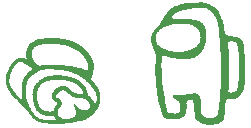
<source format=gbo>
G04 Layer: BottomSilkscreenLayer*
G04 EasyEDA v6.5.42, 2024-06-07 11:44:59*
G04 8452c85e2a7e40808aef99803c7b0139,2402692d15bd446891542ced5281a4ad,10*
G04 Gerber Generator version 0.2*
G04 Scale: 100 percent, Rotated: No, Reflected: No *
G04 Dimensions in millimeters *
G04 leading zeros omitted , absolute positions ,4 integer and 5 decimal *
%FSLAX45Y45*%
%MOMM*%

%ADD10C,0.0001*%

%LPD*%
G36*
X-627989Y2010511D02*
G01*
X-664464Y2009902D01*
X-695502Y2008733D01*
X-704189Y2007971D01*
X-709066Y2007768D01*
X-739546Y2004669D01*
X-756158Y2002129D01*
X-776884Y1998573D01*
X-783031Y1997049D01*
X-792022Y1995170D01*
X-810463Y1989886D01*
X-830884Y1983028D01*
X-832612Y1982063D01*
X-834542Y1981555D01*
X-843178Y1977898D01*
X-859942Y1969516D01*
X-871728Y1962454D01*
X-883412Y1954275D01*
X-888644Y1950110D01*
X-894842Y1944674D01*
X-903020Y1936800D01*
X-908050Y1931466D01*
X-915568Y1922780D01*
X-922274Y1914042D01*
X-927455Y1906778D01*
X-941171Y1884984D01*
X-949909Y1870151D01*
X-952906Y1864664D01*
X-960069Y1853285D01*
X-963117Y1848815D01*
X-963625Y1847443D01*
X-966622Y1842871D01*
X-974344Y1832102D01*
X-982421Y1821992D01*
X-1006754Y1795729D01*
X-1013155Y1787702D01*
X-1021232Y1776780D01*
X-1024686Y1771700D01*
X-1033170Y1757476D01*
X-1039469Y1744218D01*
X-1042314Y1736445D01*
X-1044651Y1728825D01*
X-1045718Y1724406D01*
X-1048207Y1710689D01*
X-1048244Y1707134D01*
X-1008278Y1707134D01*
X-1007719Y1723389D01*
X-1006348Y1731010D01*
X-1005128Y1736039D01*
X-1002334Y1743252D01*
X-995984Y1754987D01*
X-994714Y1756308D01*
X-989482Y1763369D01*
X-983437Y1769719D01*
X-976274Y1776374D01*
X-963371Y1786483D01*
X-954379Y1792325D01*
X-938326Y1800758D01*
X-925423Y1806600D01*
X-920800Y1808225D01*
X-920140Y1808784D01*
X-918413Y1809140D01*
X-915771Y1810257D01*
X-913130Y1811070D01*
X-912266Y1811680D01*
X-910488Y1812036D01*
X-903579Y1814322D01*
X-901852Y1815084D01*
X-899007Y1815846D01*
X-898550Y1816252D01*
X-896518Y1816607D01*
X-889304Y1818843D01*
X-878484Y1821637D01*
X-865327Y1824634D01*
X-848664Y1827784D01*
X-832612Y1829866D01*
X-815035Y1831441D01*
X-787806Y1831644D01*
X-775665Y1831543D01*
X-752094Y1829257D01*
X-737311Y1827123D01*
X-724103Y1824583D01*
X-706831Y1819605D01*
X-700074Y1817065D01*
X-697433Y1816303D01*
X-676859Y1806193D01*
X-668121Y1800453D01*
X-660095Y1794205D01*
X-655828Y1790141D01*
X-651662Y1785518D01*
X-647700Y1780539D01*
X-644093Y1775409D01*
X-641096Y1770430D01*
X-638759Y1765706D01*
X-637184Y1761032D01*
X-636219Y1759457D01*
X-635863Y1757832D01*
X-634187Y1753006D01*
X-631799Y1743303D01*
X-629818Y1731721D01*
X-628650Y1720545D01*
X-628446Y1715770D01*
X-629056Y1707845D01*
X-630478Y1697939D01*
X-632155Y1689201D01*
X-634034Y1683918D01*
X-634542Y1681937D01*
X-636371Y1677263D01*
X-640384Y1669135D01*
X-646277Y1659585D01*
X-650697Y1653844D01*
X-655929Y1647799D01*
X-660908Y1642668D01*
X-668680Y1635810D01*
X-676198Y1630070D01*
X-684834Y1624533D01*
X-697382Y1617472D01*
X-714756Y1609902D01*
X-730656Y1604416D01*
X-741578Y1601368D01*
X-742746Y1601266D01*
X-746912Y1599946D01*
X-758240Y1597558D01*
X-776071Y1594713D01*
X-796747Y1592580D01*
X-829716Y1592072D01*
X-849071Y1593697D01*
X-869696Y1596339D01*
X-885494Y1599438D01*
X-895603Y1601825D01*
X-909269Y1605838D01*
X-915517Y1607870D01*
X-929843Y1613712D01*
X-937971Y1617472D01*
X-951077Y1624533D01*
X-956411Y1627784D01*
X-965657Y1634134D01*
X-974953Y1641906D01*
X-980084Y1647037D01*
X-985266Y1652778D01*
X-992886Y1662785D01*
X-995883Y1667814D01*
X-996391Y1669135D01*
X-997508Y1670761D01*
X-1000201Y1676349D01*
X-1003096Y1683257D01*
X-1005890Y1692910D01*
X-1008278Y1707134D01*
X-1048244Y1707134D01*
X-1048410Y1691284D01*
X-1045667Y1674266D01*
X-1043381Y1664766D01*
X-1042720Y1663649D01*
X-1042162Y1661058D01*
X-1039672Y1652981D01*
X-1031494Y1630680D01*
X-1030630Y1629511D01*
X-1030274Y1627784D01*
X-1029208Y1625346D01*
X-1028395Y1622704D01*
X-1026058Y1617319D01*
X-1025296Y1614830D01*
X-1024432Y1613509D01*
X-1024331Y1612696D01*
X-1021537Y1605686D01*
X-1016152Y1590446D01*
X-1015390Y1589328D01*
X-1015034Y1587347D01*
X-1013815Y1584807D01*
X-1013561Y1583232D01*
X-1011986Y1578864D01*
X-1008481Y1566062D01*
X-1007211Y1559356D01*
X-1006297Y1552448D01*
X-1005687Y1545640D01*
X-1005332Y1538427D01*
X-1005890Y1523492D01*
X-1006398Y1516126D01*
X-1007465Y1507998D01*
X-1010412Y1474165D01*
X-1010414Y1472133D01*
X-959053Y1472133D01*
X-957630Y1512316D01*
X-955852Y1534464D01*
X-954684Y1546504D01*
X-953211Y1556359D01*
X-951280Y1559102D01*
X-946505Y1560118D01*
X-933856Y1558645D01*
X-919327Y1555750D01*
X-870610Y1544167D01*
X-849782Y1539646D01*
X-820115Y1534261D01*
X-794969Y1531213D01*
X-776173Y1530248D01*
X-762203Y1529892D01*
X-746455Y1530451D01*
X-738733Y1530959D01*
X-731062Y1532026D01*
X-718362Y1534160D01*
X-707593Y1536446D01*
X-699008Y1538732D01*
X-693674Y1540865D01*
X-691388Y1541373D01*
X-685952Y1543456D01*
X-671474Y1550314D01*
X-659485Y1557172D01*
X-654405Y1560779D01*
X-652983Y1562201D01*
X-651865Y1562658D01*
X-648665Y1564944D01*
X-638251Y1574038D01*
X-631698Y1580743D01*
X-625195Y1588312D01*
X-615289Y1601724D01*
X-611733Y1607261D01*
X-608482Y1613001D01*
X-601370Y1627022D01*
X-598474Y1633372D01*
X-596646Y1638503D01*
X-595122Y1641856D01*
X-593801Y1646072D01*
X-590397Y1655368D01*
X-587044Y1666697D01*
X-585825Y1671878D01*
X-585012Y1674469D01*
X-581761Y1691284D01*
X-580186Y1702612D01*
X-579069Y1709166D01*
X-578612Y1746707D01*
X-580542Y1764792D01*
X-581609Y1770938D01*
X-583692Y1780946D01*
X-586689Y1791207D01*
X-588416Y1796288D01*
X-592328Y1805736D01*
X-594360Y1810004D01*
X-599287Y1818893D01*
X-606704Y1828495D01*
X-610768Y1832762D01*
X-615188Y1836826D01*
X-619912Y1840585D01*
X-624738Y1843989D01*
X-629564Y1846935D01*
X-634288Y1849323D01*
X-650798Y1855317D01*
X-666394Y1859737D01*
X-677976Y1862328D01*
X-690168Y1864512D01*
X-700328Y1866087D01*
X-722020Y1868271D01*
X-737666Y1869186D01*
X-759307Y1869795D01*
X-848004Y1870710D01*
X-858164Y1872691D01*
X-860348Y1873808D01*
X-862431Y1875180D01*
X-864362Y1876958D01*
X-865987Y1878990D01*
X-868019Y1883257D01*
X-868070Y1889556D01*
X-867359Y1890064D01*
X-866495Y1892757D01*
X-863447Y1898599D01*
X-859688Y1903780D01*
X-857250Y1906473D01*
X-849376Y1913940D01*
X-847445Y1915515D01*
X-842467Y1918970D01*
X-839673Y1920646D01*
X-838962Y1921510D01*
X-836269Y1922678D01*
X-831342Y1925523D01*
X-821537Y1930450D01*
X-810717Y1935327D01*
X-796493Y1940255D01*
X-785418Y1943607D01*
X-763981Y1949043D01*
X-737514Y1954326D01*
X-719378Y1957120D01*
X-705510Y1958898D01*
X-703173Y1959356D01*
X-683869Y1961134D01*
X-649224Y1963521D01*
X-623570Y1964436D01*
X-590651Y1965248D01*
X-585571Y1963775D01*
X-579882Y1961388D01*
X-566826Y1954275D01*
X-558139Y1949297D01*
X-556920Y1948789D01*
X-555396Y1947468D01*
X-552450Y1945589D01*
X-541985Y1938121D01*
X-532993Y1930400D01*
X-528320Y1925929D01*
X-519988Y1916887D01*
X-516229Y1912264D01*
X-512978Y1907743D01*
X-504901Y1894992D01*
X-497281Y1879295D01*
X-492912Y1868932D01*
X-486562Y1849780D01*
X-481990Y1832762D01*
X-478078Y1815592D01*
X-474624Y1796338D01*
X-471881Y1776882D01*
X-467766Y1735988D01*
X-464464Y1696059D01*
X-462186Y1662480D01*
X-396595Y1662480D01*
X-396087Y1669592D01*
X-394106Y1673148D01*
X-391109Y1676603D01*
X-389280Y1678025D01*
X-387197Y1679244D01*
X-382524Y1680921D01*
X-367385Y1681175D01*
X-359765Y1680768D01*
X-352856Y1679905D01*
X-346862Y1678686D01*
X-337362Y1675892D01*
X-328980Y1672132D01*
X-325729Y1669745D01*
X-323596Y1667865D01*
X-321716Y1664258D01*
X-320446Y1660601D01*
X-319633Y1659229D01*
X-317906Y1653946D01*
X-315417Y1643430D01*
X-315061Y1642922D01*
X-309575Y1610106D01*
X-306679Y1581353D01*
X-303987Y1539138D01*
X-302920Y1517548D01*
X-302158Y1495704D01*
X-300888Y1472742D01*
X-303428Y1392377D01*
X-304800Y1366113D01*
X-305562Y1357528D01*
X-305917Y1350822D01*
X-308102Y1332484D01*
X-311962Y1307490D01*
X-314706Y1294231D01*
X-317906Y1281633D01*
X-321614Y1271016D01*
X-325323Y1263548D01*
X-326593Y1261465D01*
X-331317Y1258976D01*
X-334721Y1257960D01*
X-344017Y1254201D01*
X-345998Y1253896D01*
X-351129Y1252016D01*
X-361543Y1248714D01*
X-372313Y1246378D01*
X-380238Y1248105D01*
X-386588Y1251153D01*
X-391363Y1256080D01*
X-392074Y1260805D01*
X-391109Y1279245D01*
X-390245Y1290523D01*
X-386994Y1363522D01*
X-386029Y1393799D01*
X-385165Y1413764D01*
X-385114Y1531010D01*
X-387553Y1572412D01*
X-390499Y1605635D01*
X-392480Y1622602D01*
X-393649Y1634489D01*
X-395579Y1650746D01*
X-396595Y1662480D01*
X-462186Y1662480D01*
X-459993Y1616456D01*
X-458876Y1577543D01*
X-457301Y1478127D01*
X-456895Y1462125D01*
X-456641Y1360932D01*
X-457504Y1345488D01*
X-458216Y1311859D01*
X-459181Y1292656D01*
X-460705Y1254048D01*
X-462584Y1221638D01*
X-465277Y1186230D01*
X-468884Y1145997D01*
X-471017Y1127963D01*
X-479196Y1069390D01*
X-480110Y1064818D01*
X-482396Y1059434D01*
X-485648Y1054049D01*
X-489356Y1049629D01*
X-491896Y1047597D01*
X-495300Y1045311D01*
X-499059Y1043127D01*
X-506730Y1039418D01*
X-508660Y1038961D01*
X-512114Y1037691D01*
X-520192Y1035608D01*
X-531672Y1033475D01*
X-546455Y1032256D01*
X-562711Y1031697D01*
X-570788Y1033780D01*
X-574598Y1035253D01*
X-579831Y1038606D01*
X-588518Y1044752D01*
X-616813Y1066088D01*
X-618490Y1067562D01*
X-620217Y1069797D01*
X-621944Y1072642D01*
X-624433Y1077976D01*
X-623976Y1099566D01*
X-622096Y1137513D01*
X-621893Y1150620D01*
X-622249Y1161999D01*
X-623519Y1179474D01*
X-625144Y1189888D01*
X-628599Y1203299D01*
X-630377Y1207668D01*
X-631444Y1211072D01*
X-633679Y1215542D01*
X-636320Y1220114D01*
X-640283Y1225448D01*
X-647293Y1231849D01*
X-650494Y1234033D01*
X-654710Y1236319D01*
X-658723Y1238148D01*
X-662482Y1239164D01*
X-663600Y1239723D01*
X-668731Y1240739D01*
X-676960Y1242009D01*
X-682701Y1241552D01*
X-712114Y1235049D01*
X-727151Y1232814D01*
X-737057Y1231696D01*
X-774293Y1229309D01*
X-786739Y1228750D01*
X-797915Y1228496D01*
X-814527Y1228496D01*
X-841197Y1230477D01*
X-848512Y1230833D01*
X-855624Y1229614D01*
X-858519Y1227937D01*
X-860399Y1226362D01*
X-862634Y1223670D01*
X-863295Y1219149D01*
X-862634Y1213205D01*
X-859180Y1207719D01*
X-856996Y1204671D01*
X-853490Y1200962D01*
X-848106Y1196543D01*
X-815187Y1174851D01*
X-812495Y1173276D01*
X-809599Y1170787D01*
X-807161Y1167333D01*
X-803808Y1153718D01*
X-802386Y1146556D01*
X-801319Y1139596D01*
X-799947Y1126439D01*
X-800404Y1102055D01*
X-802436Y1093825D01*
X-804265Y1087882D01*
X-806907Y1082243D01*
X-812596Y1076553D01*
X-819607Y1073607D01*
X-824585Y1072388D01*
X-830935Y1071473D01*
X-848309Y1070152D01*
X-863092Y1071270D01*
X-874369Y1072845D01*
X-884986Y1075131D01*
X-894537Y1078026D01*
X-906068Y1082700D01*
X-908558Y1084376D01*
X-910488Y1086561D01*
X-913587Y1092403D01*
X-914095Y1097584D01*
X-914958Y1101699D01*
X-915365Y1105357D01*
X-919480Y1129436D01*
X-925728Y1168958D01*
X-926388Y1175004D01*
X-928827Y1189431D01*
X-950823Y1334312D01*
X-952144Y1343964D01*
X-954786Y1370076D01*
X-956614Y1395984D01*
X-958037Y1427530D01*
X-958545Y1443939D01*
X-959053Y1472133D01*
X-1010414Y1472133D01*
X-1010462Y1402588D01*
X-1008837Y1371244D01*
X-1006957Y1343456D01*
X-1003909Y1311706D01*
X-998067Y1264818D01*
X-995070Y1244295D01*
X-988720Y1204925D01*
X-985774Y1188669D01*
X-978001Y1151432D01*
X-973378Y1132535D01*
X-966266Y1106373D01*
X-961948Y1092250D01*
X-957224Y1078179D01*
X-952957Y1066952D01*
X-945692Y1050798D01*
X-942543Y1045159D01*
X-939241Y1040434D01*
X-935736Y1036523D01*
X-931824Y1033322D01*
X-927557Y1030782D01*
X-922731Y1028801D01*
X-911453Y1025906D01*
X-904341Y1024534D01*
X-889914Y1022451D01*
X-881887Y1021587D01*
X-873201Y1021080D01*
X-849020Y1020470D01*
X-827532Y1022553D01*
X-821436Y1023416D01*
X-816102Y1024483D01*
X-808228Y1026464D01*
X-799439Y1029208D01*
X-793699Y1031494D01*
X-785926Y1035253D01*
X-784402Y1036421D01*
X-780897Y1038148D01*
X-776681Y1041501D01*
X-772058Y1045768D01*
X-765860Y1052982D01*
X-761796Y1060043D01*
X-759409Y1064869D01*
X-755040Y1074775D01*
X-751027Y1086154D01*
X-748792Y1095806D01*
X-747268Y1103579D01*
X-746150Y1116126D01*
X-745642Y1125677D01*
X-747014Y1149959D01*
X-747217Y1157478D01*
X-747115Y1162862D01*
X-746709Y1166723D01*
X-746099Y1170076D01*
X-744626Y1173124D01*
X-741019Y1178255D01*
X-735838Y1182217D01*
X-728929Y1184960D01*
X-720140Y1186586D01*
X-715162Y1187196D01*
X-704342Y1185976D01*
X-701649Y1185011D01*
X-695147Y1181811D01*
X-690829Y1177036D01*
X-687933Y1169619D01*
X-685800Y1158392D01*
X-683615Y1136700D01*
X-677113Y1034542D01*
X-676148Y1033018D01*
X-674014Y1030427D01*
X-664260Y1020826D01*
X-654405Y1011936D01*
X-650595Y1008735D01*
X-645261Y1004722D01*
X-631494Y995730D01*
X-624179Y991717D01*
X-617067Y988161D01*
X-609498Y984961D01*
X-595528Y980186D01*
X-588162Y978306D01*
X-575614Y975817D01*
X-567893Y974547D01*
X-564489Y974394D01*
X-564489Y973378D01*
X-532028Y973378D01*
X-532028Y974394D01*
X-528828Y974445D01*
X-516432Y976274D01*
X-510489Y977442D01*
X-495147Y981100D01*
X-482295Y985316D01*
X-470712Y990193D01*
X-461518Y994867D01*
X-452424Y999845D01*
X-446684Y1003604D01*
X-443890Y1005687D01*
X-438607Y1010919D01*
X-435051Y1015492D01*
X-432866Y1019098D01*
X-430022Y1024890D01*
X-427634Y1037386D01*
X-426008Y1048562D01*
X-423875Y1066038D01*
X-422097Y1085951D01*
X-418185Y1148029D01*
X-417220Y1156106D01*
X-416051Y1163116D01*
X-413715Y1171702D01*
X-411886Y1176832D01*
X-411226Y1178102D01*
X-411073Y1179068D01*
X-410209Y1180998D01*
X-406450Y1186637D01*
X-402945Y1190040D01*
X-398881Y1192530D01*
X-393801Y1194409D01*
X-390804Y1195273D01*
X-375920Y1195832D01*
X-349554Y1194714D01*
X-339801Y1195374D01*
X-334822Y1195933D01*
X-329996Y1197051D01*
X-324358Y1198778D01*
X-319024Y1200810D01*
X-314401Y1203350D01*
X-309372Y1206500D01*
X-305358Y1209395D01*
X-298754Y1215898D01*
X-292709Y1222857D01*
X-288239Y1229004D01*
X-283718Y1236065D01*
X-283159Y1237640D01*
X-282397Y1238351D01*
X-273862Y1255217D01*
X-272491Y1258874D01*
X-269443Y1265783D01*
X-263702Y1281633D01*
X-262737Y1285494D01*
X-260959Y1290675D01*
X-256997Y1306220D01*
X-254863Y1316532D01*
X-253593Y1323949D01*
X-251714Y1338834D01*
X-248716Y1384300D01*
X-249072Y1459941D01*
X-249936Y1482852D01*
X-251002Y1499362D01*
X-251358Y1510893D01*
X-254558Y1560880D01*
X-257606Y1596339D01*
X-259435Y1614424D01*
X-263906Y1651101D01*
X-267258Y1668018D01*
X-268732Y1672793D01*
X-271272Y1679803D01*
X-273812Y1685391D01*
X-276301Y1690065D01*
X-281787Y1697278D01*
X-284581Y1700275D01*
X-287782Y1703273D01*
X-290931Y1705864D01*
X-298094Y1710639D01*
X-301599Y1712620D01*
X-308254Y1715414D01*
X-309727Y1715770D01*
X-312572Y1716938D01*
X-322427Y1719580D01*
X-327456Y1720392D01*
X-328930Y1720900D01*
X-379730Y1727047D01*
X-389636Y1728774D01*
X-396798Y1730654D01*
X-403453Y1733854D01*
X-405841Y1735226D01*
X-410311Y1739138D01*
X-412597Y1741678D01*
X-416051Y1746199D01*
X-418642Y1752955D01*
X-419811Y1756816D01*
X-425907Y1786534D01*
X-430530Y1811274D01*
X-433476Y1824278D01*
X-436626Y1836572D01*
X-441655Y1854098D01*
X-445516Y1866036D01*
X-450799Y1880768D01*
X-452069Y1883511D01*
X-452780Y1885899D01*
X-460501Y1903730D01*
X-468528Y1920138D01*
X-474573Y1931568D01*
X-481939Y1942693D01*
X-486105Y1947468D01*
X-492506Y1954022D01*
X-498906Y1960118D01*
X-511454Y1970278D01*
X-517550Y1974799D01*
X-520903Y1976932D01*
X-524052Y1979269D01*
X-532028Y1983892D01*
X-543255Y1989632D01*
X-554177Y1994763D01*
X-563473Y1998370D01*
X-582574Y2004314D01*
X-598525Y2007768D01*
X-615746Y2010206D01*
X-621690Y2010511D01*
G37*
G36*
X-1844954Y1707388D02*
G01*
X-1927352Y1707134D01*
X-1931720Y1706321D01*
X-1977136Y1702307D01*
X-1986178Y1700834D01*
X-1992579Y1699463D01*
X-1997303Y1698701D01*
X-1997964Y1698294D01*
X-2002942Y1697583D01*
X-2019096Y1692605D01*
X-2020112Y1691995D01*
X-2024329Y1690827D01*
X-2025396Y1690166D01*
X-2026462Y1689912D01*
X-2038197Y1684782D01*
X-2039264Y1683918D01*
X-2049424Y1678228D01*
X-2056536Y1673402D01*
X-2063851Y1667662D01*
X-2069338Y1662887D01*
X-2077720Y1654302D01*
X-2080412Y1651000D01*
X-2084578Y1644904D01*
X-2088083Y1639062D01*
X-2091080Y1633423D01*
X-2093518Y1628038D01*
X-2096414Y1620672D01*
X-2098446Y1613966D01*
X-2099919Y1607718D01*
X-2101138Y1601012D01*
X-2101900Y1598015D01*
X-2103577Y1583690D01*
X-2104745Y1568297D01*
X-2104446Y1565656D01*
X-2056130Y1565656D01*
X-2055520Y1587804D01*
X-2054453Y1588871D01*
X-2054453Y1595831D01*
X-2052421Y1602232D01*
X-2051761Y1605026D01*
X-2049983Y1608734D01*
X-2047392Y1614982D01*
X-2041702Y1622044D01*
X-2034336Y1629257D01*
X-2027021Y1634794D01*
X-2020163Y1638858D01*
X-2009648Y1643735D01*
X-1999437Y1647088D01*
X-1991715Y1648714D01*
X-1988616Y1649780D01*
X-1983282Y1650796D01*
X-1955901Y1654403D01*
X-1947113Y1654911D01*
X-1944725Y1655267D01*
X-1943455Y1655724D01*
X-1910689Y1656486D01*
X-1910130Y1657350D01*
X-1849678Y1657299D01*
X-1848104Y1656435D01*
X-1818639Y1655724D01*
X-1816963Y1655013D01*
X-1807108Y1653997D01*
X-1802028Y1653082D01*
X-1793849Y1652168D01*
X-1785467Y1650796D01*
X-1769668Y1647342D01*
X-1756308Y1643532D01*
X-1752854Y1642770D01*
X-1750923Y1641957D01*
X-1747723Y1640992D01*
X-1745691Y1640128D01*
X-1743557Y1639773D01*
X-1742287Y1638960D01*
X-1739544Y1638198D01*
X-1730654Y1634744D01*
X-1716379Y1628648D01*
X-1712010Y1626311D01*
X-1707794Y1624584D01*
X-1698853Y1620062D01*
X-1695602Y1618132D01*
X-1693672Y1617370D01*
X-1693214Y1616710D01*
X-1690573Y1615440D01*
X-1680006Y1609242D01*
X-1668729Y1601876D01*
X-1662175Y1597304D01*
X-1649831Y1587804D01*
X-1640179Y1579321D01*
X-1634947Y1574292D01*
X-1628851Y1567942D01*
X-1623212Y1561693D01*
X-1612239Y1548180D01*
X-1603451Y1536496D01*
X-1598422Y1527810D01*
X-1594662Y1520596D01*
X-1592478Y1517142D01*
X-1589836Y1510944D01*
X-1589176Y1510385D01*
X-1588871Y1509064D01*
X-1587601Y1506575D01*
X-1587144Y1504797D01*
X-1584350Y1498142D01*
X-1583537Y1494942D01*
X-1582267Y1491132D01*
X-1580235Y1480058D01*
X-1580388Y1464716D01*
X-1581048Y1454962D01*
X-1582115Y1448917D01*
X-1583080Y1440688D01*
X-1584401Y1434896D01*
X-1586331Y1434287D01*
X-1589328Y1435811D01*
X-1591868Y1436522D01*
X-1593443Y1437233D01*
X-1606092Y1441145D01*
X-1609750Y1442516D01*
X-1615135Y1444091D01*
X-1617980Y1444650D01*
X-1619351Y1445310D01*
X-1639214Y1451356D01*
X-1642211Y1452575D01*
X-1648612Y1454251D01*
X-1649780Y1454861D01*
X-1653895Y1455877D01*
X-1655165Y1456486D01*
X-1659077Y1457248D01*
X-1660499Y1458010D01*
X-1665732Y1459179D01*
X-1671726Y1461160D01*
X-1676247Y1461973D01*
X-1683359Y1463903D01*
X-1690420Y1465275D01*
X-1690928Y1465681D01*
X-1697532Y1466799D01*
X-1710893Y1470101D01*
X-1712620Y1470863D01*
X-1722018Y1471320D01*
X-1729384Y1472336D01*
X-1739950Y1472844D01*
X-1741932Y1473911D01*
X-1755444Y1474876D01*
X-1758899Y1475587D01*
X-1765350Y1476146D01*
X-1777695Y1477619D01*
X-1783130Y1478686D01*
X-1854250Y1479194D01*
X-1855520Y1480210D01*
X-1878787Y1480820D01*
X-1943201Y1481023D01*
X-1968703Y1478584D01*
X-1985568Y1474673D01*
X-1988769Y1474622D01*
X-1989531Y1474927D01*
X-1995525Y1480007D01*
X-2001164Y1483512D01*
X-2008987Y1488846D01*
X-2013051Y1491996D01*
X-2017420Y1494993D01*
X-2018334Y1496110D01*
X-2020316Y1497126D01*
X-2025345Y1501444D01*
X-2040026Y1515719D01*
X-2042109Y1519682D01*
X-2043633Y1522120D01*
X-2047341Y1529537D01*
X-2048306Y1532636D01*
X-2048916Y1533601D01*
X-2052675Y1544878D01*
X-2054910Y1556004D01*
X-2056130Y1565656D01*
X-2104446Y1565656D01*
X-2102916Y1551787D01*
X-2101748Y1543202D01*
X-2101392Y1541830D01*
X-2100834Y1540713D01*
X-2100681Y1531366D01*
X-2104136Y1530400D01*
X-2115413Y1536192D01*
X-2128570Y1540713D01*
X-2131618Y1541475D01*
X-2132177Y1541881D01*
X-2142896Y1544116D01*
X-2152294Y1543964D01*
X-2162251Y1543100D01*
X-2168855Y1541678D01*
X-2182012Y1535125D01*
X-2191308Y1528368D01*
X-2196338Y1524304D01*
X-2201468Y1519732D01*
X-2207463Y1513840D01*
X-2213102Y1507794D01*
X-2223109Y1495856D01*
X-2229764Y1486966D01*
X-2233472Y1481480D01*
X-2235809Y1477314D01*
X-2236774Y1476451D01*
X-2238806Y1473098D01*
X-2239873Y1471980D01*
X-2242464Y1466799D01*
X-2246122Y1460754D01*
X-2248814Y1455572D01*
X-2252014Y1450035D01*
X-2256586Y1439875D01*
X-2260600Y1430121D01*
X-2264054Y1420368D01*
X-2266188Y1412646D01*
X-2271420Y1389430D01*
X-2273655Y1374241D01*
X-2274773Y1364335D01*
X-2275384Y1354836D01*
X-2247138Y1354836D01*
X-2246376Y1356156D01*
X-2245868Y1359103D01*
X-2245156Y1366469D01*
X-2244039Y1374038D01*
X-2243124Y1376832D01*
X-2242972Y1379321D01*
X-2242058Y1385062D01*
X-2241296Y1388160D01*
X-2240686Y1392580D01*
X-2240280Y1393240D01*
X-2239060Y1400454D01*
X-2233828Y1415389D01*
X-2230932Y1422400D01*
X-2225344Y1434033D01*
X-2221585Y1441145D01*
X-2213660Y1454302D01*
X-2209952Y1459941D01*
X-2208834Y1462024D01*
X-2206752Y1464360D01*
X-2203602Y1468882D01*
X-2195118Y1479397D01*
X-2189886Y1484884D01*
X-2178354Y1496364D01*
X-2168093Y1503578D01*
X-2160930Y1506931D01*
X-2146655Y1507185D01*
X-2139848Y1505762D01*
X-2136140Y1504696D01*
X-2132431Y1503172D01*
X-2113280Y1493266D01*
X-2110130Y1491335D01*
X-2108403Y1489862D01*
X-2107742Y1489760D01*
X-2094230Y1481582D01*
X-2093061Y1481124D01*
X-2092655Y1480515D01*
X-2077872Y1470355D01*
X-2074113Y1468018D01*
X-2056079Y1455013D01*
X-2055469Y1454912D01*
X-2053386Y1453184D01*
X-2052167Y1452575D01*
X-2046427Y1448003D01*
X-2048154Y1446276D01*
X-2049881Y1445564D01*
X-2059736Y1439519D01*
X-2063851Y1436624D01*
X-2066036Y1435354D01*
X-2075586Y1428597D01*
X-2076196Y1428496D01*
X-2077313Y1427480D01*
X-2081123Y1424736D01*
X-2086406Y1420215D01*
X-2095855Y1411528D01*
X-2096922Y1410766D01*
X-2098903Y1408785D01*
X-2110232Y1395374D01*
X-2116378Y1386281D01*
X-2122170Y1376781D01*
X-2123694Y1373886D01*
X-2125218Y1369872D01*
X-2127961Y1363726D01*
X-2130653Y1356156D01*
X-2131568Y1352194D01*
X-2135022Y1340256D01*
X-2135784Y1335532D01*
X-2137816Y1326642D01*
X-2138680Y1325067D01*
X-2136902Y1322425D01*
X-2138019Y1321409D01*
X-2138578Y1320038D01*
X-2139848Y1314805D01*
X-2140559Y1308658D01*
X-2140864Y1303934D01*
X-2141880Y1299311D01*
X-2142388Y1293622D01*
X-2142979Y1279753D01*
X-2106269Y1279753D01*
X-2105152Y1280820D01*
X-2104948Y1288592D01*
X-2103831Y1301038D01*
X-2102307Y1312722D01*
X-2100935Y1320444D01*
X-2095957Y1341424D01*
X-2094179Y1346301D01*
X-2093163Y1349857D01*
X-2092756Y1350314D01*
X-2092401Y1351991D01*
X-2091842Y1353312D01*
X-2090420Y1355648D01*
X-2090267Y1356563D01*
X-2088896Y1359204D01*
X-2082596Y1369314D01*
X-2080818Y1371701D01*
X-2073808Y1379829D01*
X-2065883Y1387754D01*
X-2057501Y1395120D01*
X-2054809Y1397254D01*
X-2053691Y1397812D01*
X-2050745Y1400149D01*
X-2031441Y1412900D01*
X-2026869Y1415237D01*
X-2023770Y1417167D01*
X-2003043Y1428191D01*
X-1996236Y1431086D01*
X-1989429Y1434287D01*
X-1984044Y1436217D01*
X-1971751Y1439672D01*
X-1964283Y1440840D01*
X-1960625Y1441754D01*
X-1940052Y1443939D01*
X-1888439Y1444650D01*
X-1887829Y1444294D01*
X-1885035Y1443939D01*
X-1871370Y1443278D01*
X-1864258Y1441754D01*
X-1837994Y1441754D01*
X-1837029Y1440789D01*
X-1826768Y1440230D01*
X-1796592Y1436979D01*
X-1773936Y1433677D01*
X-1765046Y1431899D01*
X-1764080Y1431442D01*
X-1759966Y1430680D01*
X-1756206Y1429715D01*
X-1750263Y1428953D01*
X-1731213Y1423974D01*
X-1726285Y1422400D01*
X-1725218Y1421790D01*
X-1722120Y1421028D01*
X-1720494Y1420215D01*
X-1717344Y1419453D01*
X-1716024Y1418640D01*
X-1714042Y1418183D01*
X-1710537Y1416710D01*
X-1708353Y1416253D01*
X-1689760Y1408226D01*
X-1680616Y1403908D01*
X-1678787Y1403451D01*
X-1677212Y1402232D01*
X-1661972Y1394206D01*
X-1658467Y1392123D01*
X-1652778Y1389227D01*
X-1651050Y1387906D01*
X-1642008Y1382369D01*
X-1636420Y1378559D01*
X-1634947Y1378102D01*
X-1632966Y1376375D01*
X-1630273Y1374851D01*
X-1610207Y1359966D01*
X-1607718Y1357884D01*
X-1606194Y1357020D01*
X-1601012Y1352804D01*
X-1598980Y1350822D01*
X-1594256Y1346911D01*
X-1587347Y1340510D01*
X-1583232Y1337005D01*
X-1571752Y1325575D01*
X-1554175Y1306525D01*
X-1546250Y1296822D01*
X-1545132Y1295044D01*
X-1540611Y1289253D01*
X-1530756Y1274724D01*
X-1527860Y1269593D01*
X-1527403Y1269187D01*
X-1522323Y1260449D01*
X-1517040Y1248460D01*
X-1516583Y1246886D01*
X-1515211Y1243939D01*
X-1511960Y1234592D01*
X-1511046Y1230071D01*
X-1509674Y1225854D01*
X-1508810Y1215390D01*
X-1508404Y1205179D01*
X-1508201Y1187602D01*
X-1509115Y1186992D01*
X-1509471Y1179474D01*
X-1510995Y1170025D01*
X-1512265Y1165910D01*
X-1512366Y1164742D01*
X-1513789Y1160068D01*
X-1514551Y1156258D01*
X-1515364Y1155293D01*
X-1516126Y1152245D01*
X-1517142Y1150061D01*
X-1518056Y1146708D01*
X-1520698Y1140510D01*
X-1522628Y1136954D01*
X-1523644Y1139952D01*
X-1526032Y1151280D01*
X-1531366Y1167688D01*
X-1532229Y1168298D01*
X-1533499Y1172057D01*
X-1535430Y1175461D01*
X-1537004Y1178864D01*
X-1541780Y1186891D01*
X-1543964Y1190091D01*
X-1544116Y1190701D01*
X-1548180Y1196187D01*
X-1556105Y1205484D01*
X-1566976Y1215644D01*
X-1569821Y1217726D01*
X-1570431Y1217980D01*
X-1571447Y1218996D01*
X-1576171Y1221994D01*
X-1582623Y1225296D01*
X-1584706Y1228902D01*
X-1584756Y1234592D01*
X-1585163Y1238859D01*
X-1588516Y1261313D01*
X-1589633Y1264869D01*
X-1589938Y1266647D01*
X-1590395Y1267968D01*
X-1590751Y1268425D01*
X-1591106Y1270508D01*
X-1594510Y1281074D01*
X-1599387Y1291894D01*
X-1604314Y1300480D01*
X-1607515Y1304594D01*
X-1614322Y1312265D01*
X-1627886Y1325930D01*
X-1637690Y1334566D01*
X-1641703Y1337665D01*
X-1643583Y1338732D01*
X-1647494Y1341882D01*
X-1652219Y1344980D01*
X-1655013Y1347317D01*
X-1656334Y1347876D01*
X-1656740Y1348587D01*
X-1658975Y1349705D01*
X-1667205Y1354836D01*
X-1670405Y1356512D01*
X-1675841Y1359814D01*
X-1678228Y1360932D01*
X-1678990Y1361541D01*
X-1681327Y1362202D01*
X-1682292Y1363014D01*
X-1685594Y1364792D01*
X-1694027Y1368196D01*
X-1695602Y1368602D01*
X-1695805Y1369009D01*
X-1705559Y1372819D01*
X-1707845Y1373378D01*
X-1708353Y1373784D01*
X-1724101Y1378204D01*
X-1727606Y1379372D01*
X-1742948Y1383131D01*
X-1747977Y1383995D01*
X-1752396Y1385112D01*
X-1758442Y1385925D01*
X-1761845Y1386840D01*
X-1766519Y1387449D01*
X-1769872Y1388313D01*
X-1776222Y1389075D01*
X-1779422Y1389837D01*
X-1786280Y1390497D01*
X-1791970Y1390497D01*
X-1793544Y1391818D01*
X-1803806Y1392072D01*
X-1806752Y1393190D01*
X-1848612Y1393748D01*
X-1867052Y1392580D01*
X-1882851Y1391005D01*
X-1902764Y1388110D01*
X-1905304Y1387398D01*
X-1907489Y1387144D01*
X-1910689Y1386179D01*
X-1917852Y1384909D01*
X-1918665Y1384452D01*
X-1921103Y1384096D01*
X-1934921Y1380744D01*
X-1938375Y1379524D01*
X-1941931Y1378559D01*
X-1942998Y1377950D01*
X-1946097Y1377188D01*
X-1947468Y1376375D01*
X-1949551Y1376019D01*
X-1964639Y1369974D01*
X-1973529Y1365453D01*
X-1986940Y1357274D01*
X-1992528Y1353210D01*
X-1997202Y1349095D01*
X-1999843Y1347114D01*
X-2014829Y1332230D01*
X-2014931Y1330553D01*
X-2016658Y1329283D01*
X-2018842Y1327099D01*
X-2020824Y1324660D01*
X-2022093Y1322425D01*
X-2025497Y1317853D01*
X-2027123Y1314653D01*
X-2030475Y1309776D01*
X-2033524Y1304137D01*
X-2034539Y1301597D01*
X-2035302Y1301038D01*
X-2036572Y1297635D01*
X-2038502Y1294231D01*
X-2039264Y1292047D01*
X-2040026Y1290929D01*
X-2040382Y1289253D01*
X-2043633Y1280414D01*
X-2045614Y1273200D01*
X-2047493Y1267917D01*
X-2048814Y1261160D01*
X-2049780Y1253337D01*
X-2050186Y1245717D01*
X-2050237Y1240129D01*
X-2051354Y1239012D01*
X-2050781Y1224178D01*
X-2014372Y1224178D01*
X-2014372Y1235557D01*
X-2013356Y1237538D01*
X-2012797Y1254252D01*
X-2012035Y1255318D01*
X-2010765Y1261465D01*
X-2008174Y1269949D01*
X-2005380Y1277620D01*
X-2003755Y1280109D01*
X-2003348Y1281734D01*
X-2001215Y1286205D01*
X-1997456Y1292809D01*
X-1988261Y1305814D01*
X-1985162Y1309471D01*
X-1973021Y1321206D01*
X-1971802Y1321917D01*
X-1970227Y1323644D01*
X-1969160Y1324508D01*
X-1966823Y1325778D01*
X-1964334Y1327708D01*
X-1960321Y1330350D01*
X-1957832Y1331671D01*
X-1957730Y1332077D01*
X-1954072Y1334211D01*
X-1952040Y1334871D01*
X-1948992Y1336751D01*
X-1942693Y1339037D01*
X-1939696Y1339240D01*
X-1936394Y1341526D01*
X-1931822Y1343152D01*
X-1926132Y1344523D01*
X-1922272Y1345793D01*
X-1915058Y1347470D01*
X-1912416Y1348333D01*
X-1899157Y1351229D01*
X-1893011Y1352296D01*
X-1891792Y1353058D01*
X-1873707Y1354734D01*
X-1866239Y1355039D01*
X-1864969Y1356106D01*
X-1836724Y1356410D01*
X-1813255Y1356106D01*
X-1807260Y1355699D01*
X-1802688Y1354988D01*
X-1785670Y1353362D01*
X-1777288Y1352956D01*
X-1772767Y1350772D01*
X-1769770Y1351838D01*
X-1768195Y1350264D01*
X-1763775Y1349654D01*
X-1759661Y1348587D01*
X-1757934Y1348333D01*
X-1755495Y1348486D01*
X-1754784Y1347876D01*
X-1752346Y1347012D01*
X-1745284Y1345641D01*
X-1742135Y1344523D01*
X-1740306Y1344117D01*
X-1732940Y1343355D01*
X-1729689Y1341628D01*
X-1723898Y1339494D01*
X-1715770Y1338072D01*
X-1715160Y1336141D01*
X-1711452Y1335328D01*
X-1705914Y1332992D01*
X-1698091Y1329334D01*
X-1696770Y1328928D01*
X-1696161Y1328369D01*
X-1685391Y1322476D01*
X-1682902Y1320546D01*
X-1680464Y1319276D01*
X-1677111Y1317142D01*
X-1675942Y1316634D01*
X-1674571Y1315364D01*
X-1669694Y1312468D01*
X-1660956Y1305407D01*
X-1659636Y1304036D01*
X-1659026Y1303832D01*
X-1654810Y1300175D01*
X-1646580Y1291894D01*
X-1638554Y1283258D01*
X-1633220Y1276756D01*
X-1631543Y1273505D01*
X-1630933Y1271320D01*
X-1629511Y1268476D01*
X-1628800Y1267815D01*
X-1628495Y1266037D01*
X-1627022Y1260957D01*
X-1626920Y1259738D01*
X-1626565Y1258671D01*
X-1625549Y1257604D01*
X-1624584Y1251254D01*
X-1624177Y1250289D01*
X-1623771Y1248308D01*
X-1623060Y1241704D01*
X-1622145Y1236014D01*
X-1623822Y1234744D01*
X-1633575Y1235303D01*
X-1634896Y1236319D01*
X-1642211Y1236624D01*
X-1645666Y1236980D01*
X-1647901Y1237691D01*
X-1661109Y1238250D01*
X-1666443Y1238656D01*
X-1668119Y1239062D01*
X-1680768Y1240231D01*
X-1688084Y1242060D01*
X-1694281Y1243076D01*
X-1695500Y1244193D01*
X-1697228Y1244904D01*
X-1698040Y1245768D01*
X-1702003Y1248867D01*
X-1707794Y1254201D01*
X-1709978Y1255776D01*
X-1712772Y1258417D01*
X-1714398Y1259179D01*
X-1718462Y1262786D01*
X-1725930Y1270000D01*
X-1730095Y1273708D01*
X-1732635Y1275588D01*
X-1734464Y1277366D01*
X-1738985Y1280566D01*
X-1743862Y1284427D01*
X-1747672Y1287018D01*
X-1749856Y1288084D01*
X-1754428Y1291234D01*
X-1765300Y1297330D01*
X-1768906Y1299006D01*
X-1780539Y1303121D01*
X-1783689Y1303324D01*
X-1784959Y1304594D01*
X-1797354Y1304340D01*
X-1798370Y1303680D01*
X-1805482Y1302461D01*
X-1806854Y1301750D01*
X-1807870Y1301699D01*
X-1812798Y1300073D01*
X-1816658Y1299260D01*
X-1817776Y1298600D01*
X-1820265Y1297889D01*
X-1824786Y1296212D01*
X-1827530Y1294841D01*
X-1828546Y1294130D01*
X-1832356Y1293012D01*
X-1832610Y1292606D01*
X-1836115Y1290980D01*
X-1843836Y1286713D01*
X-1844598Y1285900D01*
X-1845208Y1285798D01*
X-1850186Y1282700D01*
X-1858010Y1276045D01*
X-1866646Y1267917D01*
X-1871929Y1262532D01*
X-1877517Y1255369D01*
X-1882698Y1246987D01*
X-1886102Y1239367D01*
X-1889861Y1225397D01*
X-1889861Y1216304D01*
X-1852879Y1216304D01*
X-1852879Y1223365D01*
X-1849323Y1230731D01*
X-1847088Y1234541D01*
X-1844649Y1237640D01*
X-1837486Y1244803D01*
X-1830628Y1250797D01*
X-1824736Y1255318D01*
X-1821992Y1256944D01*
X-1813915Y1260754D01*
X-1810816Y1261872D01*
X-1808632Y1262938D01*
X-1800860Y1265478D01*
X-1795525Y1266748D01*
X-1794916Y1267409D01*
X-1788718Y1267409D01*
X-1788160Y1266698D01*
X-1784096Y1265478D01*
X-1783791Y1265072D01*
X-1781860Y1264259D01*
X-1774901Y1260602D01*
X-1771548Y1258366D01*
X-1769770Y1257554D01*
X-1758797Y1249578D01*
X-1749552Y1241399D01*
X-1741881Y1235506D01*
X-1719376Y1215644D01*
X-1709013Y1209497D01*
X-1704035Y1207566D01*
X-1701038Y1206804D01*
X-1700123Y1206398D01*
X-1694230Y1205636D01*
X-1688236Y1204366D01*
X-1671929Y1202639D01*
X-1649222Y1200708D01*
X-1635607Y1199184D01*
X-1624380Y1197508D01*
X-1616913Y1195882D01*
X-1613814Y1194460D01*
X-1607972Y1194612D01*
X-1606854Y1193850D01*
X-1605330Y1193393D01*
X-1602232Y1192885D01*
X-1593748Y1188415D01*
X-1591157Y1186789D01*
X-1588871Y1184910D01*
X-1583232Y1179220D01*
X-1578813Y1174089D01*
X-1574038Y1167384D01*
X-1570482Y1161288D01*
X-1566875Y1153922D01*
X-1564182Y1147724D01*
X-1561744Y1140815D01*
X-1561744Y1131874D01*
X-1563471Y1126693D01*
X-1565554Y1121918D01*
X-1570126Y1112926D01*
X-1574901Y1107236D01*
X-1577340Y1105306D01*
X-1580540Y1103325D01*
X-1589430Y1098753D01*
X-1595526Y1097635D01*
X-1606245Y1097686D01*
X-1613204Y1097991D01*
X-1621586Y1098702D01*
X-1627632Y1100937D01*
X-1629308Y1102004D01*
X-1632051Y1102055D01*
X-1633270Y1102309D01*
X-1634794Y1103172D01*
X-1636776Y1103833D01*
X-1641602Y1106678D01*
X-1645615Y1109370D01*
X-1649069Y1112113D01*
X-1654810Y1116126D01*
X-1662277Y1122172D01*
X-1663801Y1123137D01*
X-1680718Y1138529D01*
X-1685798Y1142593D01*
X-1689912Y1145387D01*
X-1692960Y1146708D01*
X-1693011Y1147470D01*
X-1696008Y1147470D01*
X-1698040Y1142949D01*
X-1698040Y1129639D01*
X-1697177Y1128471D01*
X-1696313Y1125931D01*
X-1695348Y1124356D01*
X-1694078Y1119378D01*
X-1693113Y1117803D01*
X-1691690Y1114704D01*
X-1691386Y1113485D01*
X-1690319Y1112215D01*
X-1689912Y1111351D01*
X-1689709Y1109929D01*
X-1686966Y1103477D01*
X-1686407Y1101445D01*
X-1685645Y1100124D01*
X-1683969Y1095298D01*
X-1681937Y1088034D01*
X-1681937Y1076909D01*
X-1683461Y1069695D01*
X-1686204Y1060500D01*
X-1688388Y1055370D01*
X-1690065Y1052118D01*
X-1691893Y1049680D01*
X-1694637Y1046937D01*
X-1698650Y1043381D01*
X-1702714Y1040180D01*
X-1706118Y1037894D01*
X-1718360Y1033018D01*
X-1726844Y1030732D01*
X-1736293Y1028801D01*
X-1745843Y1027480D01*
X-1765706Y1026414D01*
X-1785213Y1026109D01*
X-1791563Y1026312D01*
X-1797151Y1028750D01*
X-1808988Y1034745D01*
X-1812747Y1036980D01*
X-1814575Y1037742D01*
X-1820214Y1041196D01*
X-1822754Y1043330D01*
X-1824380Y1044397D01*
X-1825498Y1045413D01*
X-1826310Y1046886D01*
X-1827682Y1048512D01*
X-1828139Y1049680D01*
X-1830324Y1053084D01*
X-1831593Y1056589D01*
X-1832914Y1063294D01*
X-1833676Y1065428D01*
X-1834743Y1090117D01*
X-1833270Y1099261D01*
X-1832000Y1104036D01*
X-1831136Y1106525D01*
X-1829104Y1110386D01*
X-1825853Y1115771D01*
X-1821738Y1121410D01*
X-1813204Y1131570D01*
X-1812239Y1133195D01*
X-1809394Y1136751D01*
X-1807108Y1140409D01*
X-1805076Y1144422D01*
X-1802180Y1151940D01*
X-1802130Y1166723D01*
X-1803907Y1171397D01*
X-1808225Y1180185D01*
X-1810918Y1183792D01*
X-1815338Y1188212D01*
X-1820519Y1192631D01*
X-1828190Y1198016D01*
X-1830425Y1199083D01*
X-1831187Y1199743D01*
X-1834896Y1201775D01*
X-1836115Y1202842D01*
X-1839772Y1204925D01*
X-1847900Y1211224D01*
X-1850796Y1213967D01*
X-1852879Y1216304D01*
X-1889861Y1216304D01*
X-1889861Y1209548D01*
X-1887728Y1204925D01*
X-1885696Y1199489D01*
X-1882648Y1194562D01*
X-1878685Y1189278D01*
X-1874723Y1184960D01*
X-1869338Y1180236D01*
X-1856130Y1171600D01*
X-1853895Y1170584D01*
X-1852066Y1169111D01*
X-1843633Y1163878D01*
X-1839417Y1159865D01*
X-1839468Y1158494D01*
X-1839975Y1157478D01*
X-1846427Y1149756D01*
X-1850339Y1144574D01*
X-1850593Y1143863D01*
X-1853488Y1140612D01*
X-1857197Y1135329D01*
X-1861108Y1128674D01*
X-1865731Y1119632D01*
X-1866239Y1117498D01*
X-1867407Y1114348D01*
X-1868982Y1108760D01*
X-1871065Y1094689D01*
X-1871421Y1089456D01*
X-1873046Y1087780D01*
X-1885238Y1087221D01*
X-1899412Y1087069D01*
X-1912924Y1087323D01*
X-1921967Y1087882D01*
X-1924304Y1088491D01*
X-1935581Y1089456D01*
X-1935734Y1090066D01*
X-1940306Y1091285D01*
X-1940864Y1091895D01*
X-1942439Y1091336D01*
X-1957019Y1098753D01*
X-1962810Y1102512D01*
X-1964588Y1103274D01*
X-1972360Y1109522D01*
X-1978507Y1115466D01*
X-1985619Y1122832D01*
X-1986991Y1124610D01*
X-1988159Y1126744D01*
X-1988566Y1126998D01*
X-1993138Y1134008D01*
X-1994509Y1136802D01*
X-1994966Y1136954D01*
X-1995982Y1140002D01*
X-1999538Y1148994D01*
X-2001215Y1152702D01*
X-2002993Y1158443D01*
X-2005736Y1169771D01*
X-2007819Y1176578D01*
X-2008835Y1182776D01*
X-2009241Y1183386D01*
X-2012035Y1201623D01*
X-2012645Y1202690D01*
X-2013356Y1222197D01*
X-2014372Y1224178D01*
X-2050781Y1224178D01*
X-2049678Y1200048D01*
X-2048662Y1199032D01*
X-2048662Y1196340D01*
X-2047595Y1187958D01*
X-2046732Y1183335D01*
X-2045817Y1180084D01*
X-2045055Y1174699D01*
X-2042363Y1162659D01*
X-2040737Y1156970D01*
X-2040382Y1154785D01*
X-2038654Y1148943D01*
X-2037029Y1144270D01*
X-2036165Y1140968D01*
X-2033270Y1132433D01*
X-2032457Y1130960D01*
X-2029815Y1124458D01*
X-2026564Y1118311D01*
X-2025294Y1115466D01*
X-2020925Y1108506D01*
X-2017166Y1103325D01*
X-2010867Y1095248D01*
X-2003755Y1087729D01*
X-1997608Y1082040D01*
X-1991309Y1076909D01*
X-1980844Y1069746D01*
X-1977389Y1067968D01*
X-1976932Y1067460D01*
X-1973986Y1065682D01*
X-1961591Y1059484D01*
X-1957171Y1057859D01*
X-1955444Y1056995D01*
X-1950161Y1055319D01*
X-1947164Y1054658D01*
X-1946605Y1054252D01*
X-1936902Y1052372D01*
X-1924812Y1051306D01*
X-1906778Y1050188D01*
X-1869541Y1050848D01*
X-1864664Y1036726D01*
X-1858111Y1026363D01*
X-1853996Y1020927D01*
X-1850389Y1016914D01*
X-1847240Y1014730D01*
X-1846275Y1013256D01*
X-1846884Y1011631D01*
X-1885696Y1011986D01*
X-1903679Y1012393D01*
X-1917090Y1013104D01*
X-1927555Y1014171D01*
X-1945944Y1016609D01*
X-1948738Y1017320D01*
X-1952243Y1017778D01*
X-1959559Y1019251D01*
X-1963115Y1019708D01*
X-1964740Y1020470D01*
X-1968550Y1021283D01*
X-1981149Y1025702D01*
X-1982876Y1026058D01*
X-1984248Y1026972D01*
X-1994052Y1031341D01*
X-2005228Y1037488D01*
X-2015032Y1044448D01*
X-2021992Y1049731D01*
X-2032304Y1059688D01*
X-2040432Y1067968D01*
X-2050592Y1081278D01*
X-2054555Y1086764D01*
X-2061921Y1098550D01*
X-2064359Y1103122D01*
X-2067712Y1108608D01*
X-2076196Y1125575D01*
X-2079294Y1132382D01*
X-2080006Y1134364D01*
X-2083663Y1142288D01*
X-2084832Y1145590D01*
X-2090521Y1159560D01*
X-2091842Y1162304D01*
X-2092706Y1165402D01*
X-2094026Y1168755D01*
X-2094382Y1170686D01*
X-2095398Y1172972D01*
X-2096973Y1178204D01*
X-2097278Y1180439D01*
X-2097582Y1181303D01*
X-2097989Y1181760D01*
X-2100072Y1191310D01*
X-2102307Y1203502D01*
X-2103170Y1207160D01*
X-2104999Y1224483D01*
X-2105812Y1234389D01*
X-2106269Y1279753D01*
X-2142979Y1279753D01*
X-2143658Y1256538D01*
X-2142794Y1229969D01*
X-2141778Y1215542D01*
X-2140305Y1204061D01*
X-2138172Y1190396D01*
X-2137156Y1185722D01*
X-2137511Y1184452D01*
X-2135936Y1181354D01*
X-2137664Y1180693D01*
X-2165604Y1209700D01*
X-2168753Y1213561D01*
X-2190343Y1237183D01*
X-2192629Y1240180D01*
X-2199995Y1248206D01*
X-2201672Y1250594D01*
X-2215083Y1266850D01*
X-2218537Y1271371D01*
X-2228037Y1285087D01*
X-2231440Y1291082D01*
X-2236622Y1301445D01*
X-2239010Y1306779D01*
X-2239619Y1309065D01*
X-2240788Y1311757D01*
X-2241702Y1314958D01*
X-2242870Y1317904D01*
X-2243074Y1321155D01*
X-2244648Y1322476D01*
X-2244648Y1329131D01*
X-2245715Y1329791D01*
X-2245817Y1333804D01*
X-2246122Y1336344D01*
X-2246934Y1339545D01*
X-2247138Y1354836D01*
X-2275384Y1354836D01*
X-2275433Y1344879D01*
X-2275078Y1336090D01*
X-2273655Y1327353D01*
X-2272893Y1320952D01*
X-2271064Y1313992D01*
X-2267661Y1303426D01*
X-2263800Y1293164D01*
X-2260295Y1285240D01*
X-2256993Y1278483D01*
X-2254758Y1274927D01*
X-2254097Y1273302D01*
X-2251303Y1268628D01*
X-2249982Y1266901D01*
X-2249474Y1265580D01*
X-2248357Y1264310D01*
X-2245715Y1260144D01*
X-2242108Y1255826D01*
X-2240635Y1253337D01*
X-2233828Y1244295D01*
X-2230475Y1240282D01*
X-2229662Y1238859D01*
X-2213457Y1219911D01*
X-2186736Y1190650D01*
X-2185924Y1189532D01*
X-2152802Y1154785D01*
X-2098700Y1100632D01*
X-2094941Y1097127D01*
X-2090724Y1089710D01*
X-2081682Y1075080D01*
X-2081377Y1074267D01*
X-2080666Y1073962D01*
X-2078431Y1070356D01*
X-2074011Y1064158D01*
X-2068830Y1057452D01*
X-2058568Y1045464D01*
X-2051304Y1038250D01*
X-2042617Y1030325D01*
X-2034489Y1023569D01*
X-2028952Y1019454D01*
X-2026564Y1018184D01*
X-2022906Y1015441D01*
X-2021738Y1015085D01*
X-2021484Y1014679D01*
X-2012035Y1009192D01*
X-1997710Y1002131D01*
X-1984349Y997000D01*
X-1960118Y990447D01*
X-1925320Y985672D01*
X-1900529Y983945D01*
X-1852879Y982980D01*
X-1810105Y984453D01*
X-1747062Y989482D01*
X-1723389Y992073D01*
X-1716582Y993140D01*
X-1703527Y994765D01*
X-1687525Y997102D01*
X-1653641Y1003503D01*
X-1643634Y1006348D01*
X-1633321Y1008887D01*
X-1616303Y1014323D01*
X-1605026Y1019048D01*
X-1593799Y1024534D01*
X-1582064Y1030833D01*
X-1570888Y1037793D01*
X-1561338Y1044854D01*
X-1551432Y1053134D01*
X-1541830Y1061923D01*
X-1533194Y1070762D01*
X-1520139Y1086358D01*
X-1506016Y1105052D01*
X-1497787Y1118666D01*
X-1493215Y1127556D01*
X-1491792Y1129690D01*
X-1486306Y1144524D01*
X-1484680Y1148435D01*
X-1480718Y1162659D01*
X-1478686Y1171600D01*
X-1476146Y1191056D01*
X-1476095Y1222756D01*
X-1477924Y1236167D01*
X-1479194Y1243787D01*
X-1481124Y1250696D01*
X-1485087Y1263446D01*
X-1488541Y1271778D01*
X-1491386Y1277975D01*
X-1496517Y1287678D01*
X-1499412Y1292504D01*
X-1499768Y1293622D01*
X-1500378Y1293876D01*
X-1500886Y1295044D01*
X-1504543Y1301089D01*
X-1510690Y1310538D01*
X-1518310Y1320749D01*
X-1519885Y1322273D01*
X-1521104Y1323848D01*
X-1522222Y1325778D01*
X-1528267Y1332992D01*
X-1530400Y1335887D01*
X-1554581Y1361795D01*
X-1554581Y1364640D01*
X-1553819Y1364742D01*
X-1553362Y1365402D01*
X-1553057Y1366469D01*
X-1552244Y1367332D01*
X-1550314Y1372006D01*
X-1548587Y1377137D01*
X-1547926Y1379931D01*
X-1546453Y1384249D01*
X-1543354Y1395526D01*
X-1542491Y1397965D01*
X-1540408Y1406601D01*
X-1539494Y1409039D01*
X-1538935Y1412900D01*
X-1537309Y1420114D01*
X-1535836Y1425397D01*
X-1531823Y1450238D01*
X-1531264Y1452575D01*
X-1530705Y1482191D01*
X-1532026Y1493367D01*
X-1533753Y1501952D01*
X-1535836Y1508607D01*
X-1541272Y1523949D01*
X-1546098Y1534515D01*
X-1552244Y1547114D01*
X-1559712Y1559763D01*
X-1562354Y1563522D01*
X-1562963Y1565249D01*
X-1572006Y1577949D01*
X-1572158Y1578559D01*
X-1576679Y1584553D01*
X-1583182Y1592376D01*
X-1599133Y1609902D01*
X-1607464Y1617776D01*
X-1620621Y1629308D01*
X-1639925Y1643481D01*
X-1652574Y1651965D01*
X-1657959Y1655165D01*
X-1660398Y1656334D01*
X-1666595Y1660093D01*
X-1682445Y1668475D01*
X-1693164Y1673707D01*
X-1705406Y1678939D01*
X-1706829Y1679295D01*
X-1708099Y1680108D01*
X-1715516Y1683156D01*
X-1737969Y1691030D01*
X-1741424Y1691843D01*
X-1743862Y1692706D01*
X-1752701Y1695094D01*
X-1757222Y1696516D01*
X-1776882Y1700530D01*
X-1790903Y1702816D01*
X-1797862Y1703730D01*
X-1822399Y1706118D01*
G37*
M02*

</source>
